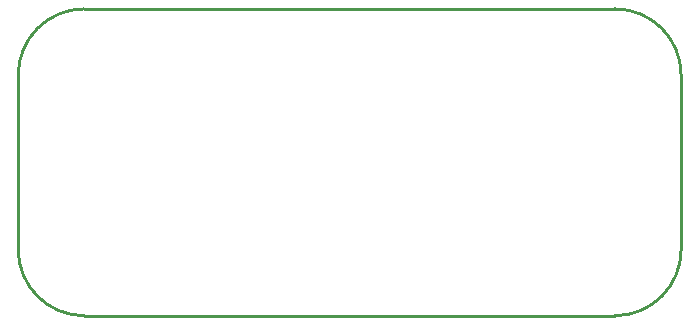
<source format=gko>
G04 Layer: BoardOutline*
G04 EasyEDA v6.4.19.5, 2021-04-22T10:42:41+01:00*
G04 4afba9deae2242d5b81e82046c6002c8,70d0fae58ee04a8b949032da60bbe542,10*
G04 Gerber Generator version 0.2*
G04 Scale: 100 percent, Rotated: No, Reflected: No *
G04 Dimensions in inches *
G04 leading zeros omitted , absolute positions ,3 integer and 6 decimal *
%FSLAX36Y36*%
%MOIN*%

%ADD10C,0.0100*%
D10*
X-1170000Y-281999D02*
G01*
X-1170000Y299000D01*
X818999Y-503000D02*
G01*
X-948999Y-503000D01*
X1040000Y299000D02*
G01*
X1040000Y-281999D01*
X-948999Y520000D02*
G01*
X818999Y520000D01*
G75*
G01*
X819000Y520000D02*
G02*
X1040000Y299000I0J-221000D01*
G75*
G01*
X1040000Y-282000D02*
G02*
X819000Y-503000I-221000J0D01*
G75*
G01*
X-949000Y-503000D02*
G02*
X-1170000Y-282000I0J221000D01*
G75*
G01*
X-1170000Y299000D02*
G02*
X-949000Y520000I221000J0D01*

%LPD*%
M02*

</source>
